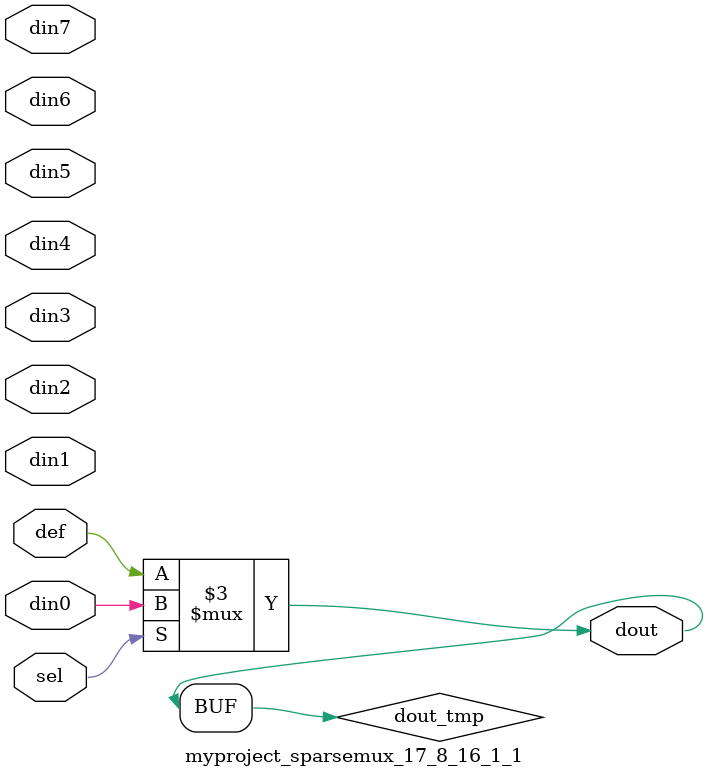
<source format=v>
`timescale 1ns / 1ps

module myproject_sparsemux_17_8_16_1_1 (din0,din1,din2,din3,din4,din5,din6,din7,def,sel,dout);

parameter din0_WIDTH = 1;

parameter din1_WIDTH = 1;

parameter din2_WIDTH = 1;

parameter din3_WIDTH = 1;

parameter din4_WIDTH = 1;

parameter din5_WIDTH = 1;

parameter din6_WIDTH = 1;

parameter din7_WIDTH = 1;

parameter def_WIDTH = 1;
parameter sel_WIDTH = 1;
parameter dout_WIDTH = 1;

parameter [sel_WIDTH-1:0] CASE0 = 1;

parameter [sel_WIDTH-1:0] CASE1 = 1;

parameter [sel_WIDTH-1:0] CASE2 = 1;

parameter [sel_WIDTH-1:0] CASE3 = 1;

parameter [sel_WIDTH-1:0] CASE4 = 1;

parameter [sel_WIDTH-1:0] CASE5 = 1;

parameter [sel_WIDTH-1:0] CASE6 = 1;

parameter [sel_WIDTH-1:0] CASE7 = 1;

parameter ID = 1;
parameter NUM_STAGE = 1;



input [din0_WIDTH-1:0] din0;

input [din1_WIDTH-1:0] din1;

input [din2_WIDTH-1:0] din2;

input [din3_WIDTH-1:0] din3;

input [din4_WIDTH-1:0] din4;

input [din5_WIDTH-1:0] din5;

input [din6_WIDTH-1:0] din6;

input [din7_WIDTH-1:0] din7;

input [def_WIDTH-1:0] def;
input [sel_WIDTH-1:0] sel;

output [dout_WIDTH-1:0] dout;



reg [dout_WIDTH-1:0] dout_tmp;

always @ (*) begin
case (sel)
    
    CASE0 : dout_tmp = din0;
    
    CASE1 : dout_tmp = din1;
    
    CASE2 : dout_tmp = din2;
    
    CASE3 : dout_tmp = din3;
    
    CASE4 : dout_tmp = din4;
    
    CASE5 : dout_tmp = din5;
    
    CASE6 : dout_tmp = din6;
    
    CASE7 : dout_tmp = din7;
    
    default : dout_tmp = def;
endcase
end


assign dout = dout_tmp;



endmodule

</source>
